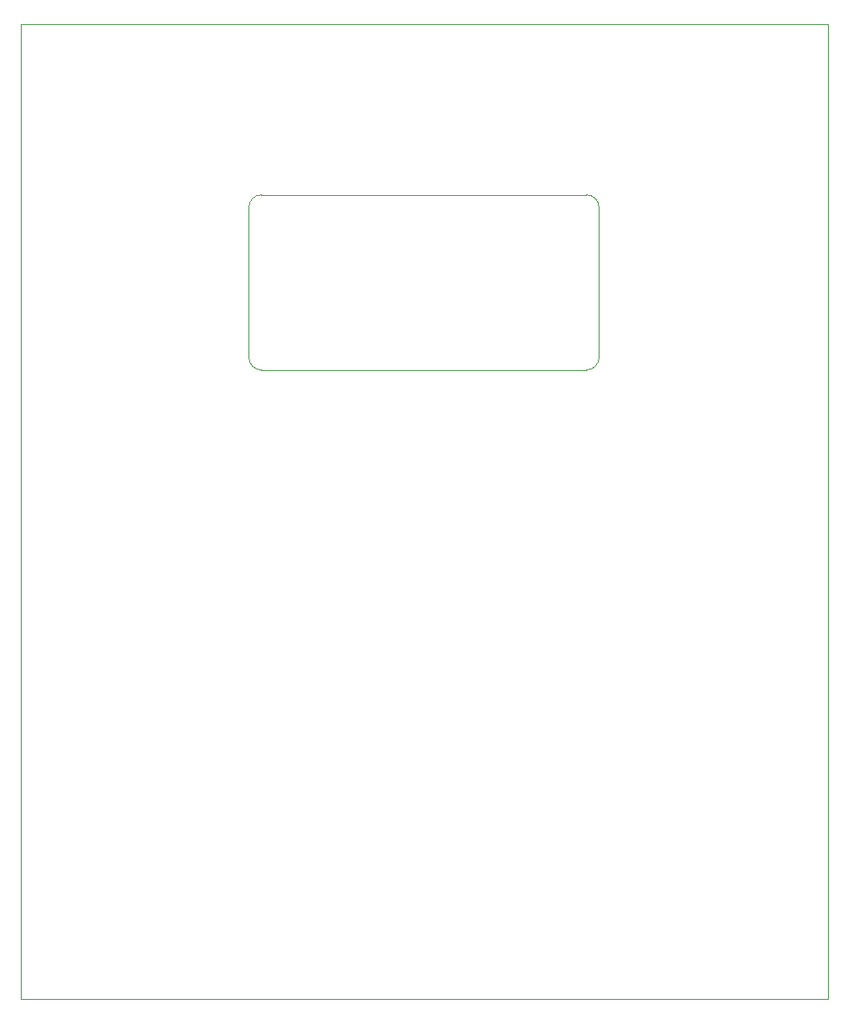
<source format=gm1>
%TF.GenerationSoftware,KiCad,Pcbnew,(6.0.5)*%
%TF.CreationDate,2022-07-09T16:24:39-07:00*%
%TF.ProjectId,solar-panel-side-X-minus,736f6c61-722d-4706-916e-656c2d736964,rev?*%
%TF.SameCoordinates,Original*%
%TF.FileFunction,Profile,NP*%
%FSLAX46Y46*%
G04 Gerber Fmt 4.6, Leading zero omitted, Abs format (unit mm)*
G04 Created by KiCad (PCBNEW (6.0.5)) date 2022-07-09 16:24:39*
%MOMM*%
%LPD*%
G01*
G04 APERTURE LIST*
%TA.AperFunction,Profile*%
%ADD10C,0.050000*%
%TD*%
G04 APERTURE END LIST*
D10*
X192160000Y-43650000D02*
X110160000Y-43650000D01*
X133350000Y-77470000D02*
X133350000Y-62230000D01*
X168910000Y-62230000D02*
G75*
G03*
X167640000Y-60960000I-1270000J0D01*
G01*
X167640000Y-78740000D02*
X134620000Y-78740000D01*
X167640000Y-78740000D02*
G75*
G03*
X168910000Y-77470000I0J1270000D01*
G01*
X168910000Y-62230000D02*
X168910000Y-77470000D01*
X134620000Y-60960000D02*
X167640000Y-60960000D01*
X192160000Y-43650000D02*
X192160000Y-142650000D01*
X133350000Y-77470000D02*
G75*
G03*
X134620000Y-78740000I1270000J0D01*
G01*
X110160000Y-43650000D02*
X110160000Y-142650000D01*
X134620000Y-60960000D02*
G75*
G03*
X133350000Y-62230000I0J-1270000D01*
G01*
X110160000Y-142650000D02*
X192160000Y-142650000D01*
M02*

</source>
